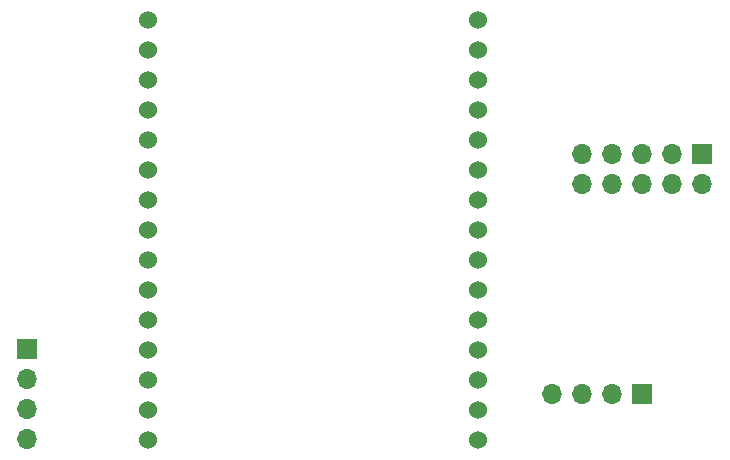
<source format=gbr>
%TF.GenerationSoftware,KiCad,Pcbnew,(5.1.9)-1*%
%TF.CreationDate,2021-04-04T23:23:38-07:00*%
%TF.ProjectId,esp8266_power,65737038-3236-4365-9f70-6f7765722e6b,rev?*%
%TF.SameCoordinates,Original*%
%TF.FileFunction,Soldermask,Top*%
%TF.FilePolarity,Negative*%
%FSLAX46Y46*%
G04 Gerber Fmt 4.6, Leading zero omitted, Abs format (unit mm)*
G04 Created by KiCad (PCBNEW (5.1.9)-1) date 2021-04-04 23:23:38*
%MOMM*%
%LPD*%
G01*
G04 APERTURE LIST*
%ADD10C,1.524000*%
%ADD11R,1.700000X1.700000*%
%ADD12O,1.700000X1.700000*%
G04 APERTURE END LIST*
D10*
%TO.C,U1*%
X132155001Y-86435001D03*
X132155001Y-88975001D03*
X132155001Y-91515001D03*
X132155001Y-94055001D03*
X132155001Y-96595001D03*
X132155001Y-99135001D03*
X132155001Y-101675001D03*
X132155001Y-104215001D03*
X132155001Y-106755001D03*
X132155001Y-109295001D03*
X132155001Y-111835001D03*
X132155001Y-114375001D03*
X132155001Y-116915001D03*
X132155001Y-119455001D03*
X132155001Y-121995001D03*
X160095001Y-121995001D03*
X160095001Y-119455001D03*
X160095001Y-116915001D03*
X160095001Y-114375001D03*
X160095001Y-111835001D03*
X160095001Y-109295001D03*
X160095001Y-106755001D03*
X160095001Y-104215001D03*
X160095001Y-101675001D03*
X160095001Y-99135001D03*
X160095001Y-96595001D03*
X160095001Y-94055001D03*
X160095001Y-91515001D03*
X160095001Y-88975001D03*
X160095001Y-86435001D03*
%TD*%
D11*
%TO.C,J1*%
X121920000Y-114300000D03*
D12*
X121920000Y-116840000D03*
X121920000Y-119380000D03*
X121920000Y-121920000D03*
%TD*%
%TO.C,J2*%
X166370000Y-118110000D03*
X168910000Y-118110000D03*
X171450000Y-118110000D03*
D11*
X173990000Y-118110000D03*
%TD*%
%TO.C,J3*%
X179070000Y-97790000D03*
D12*
X179070000Y-100330000D03*
X176530000Y-97790000D03*
X176530000Y-100330000D03*
X173990000Y-97790000D03*
X173990000Y-100330000D03*
X171450000Y-97790000D03*
X171450000Y-100330000D03*
X168910000Y-97790000D03*
X168910000Y-100330000D03*
%TD*%
M02*

</source>
